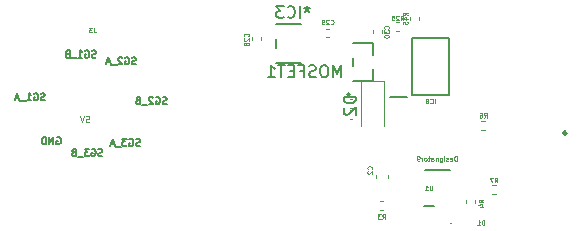
<source format=gbo>
%TF.GenerationSoftware,KiCad,Pcbnew,9.0.4*%
%TF.CreationDate,2026-02-10T01:37:08-05:00*%
%TF.ProjectId,WSG_2.0,5753475f-322e-4302-9e6b-696361645f70,rev?*%
%TF.SameCoordinates,Original*%
%TF.FileFunction,Legend,Bot*%
%TF.FilePolarity,Positive*%
%FSLAX46Y46*%
G04 Gerber Fmt 4.6, Leading zero omitted, Abs format (unit mm)*
G04 Created by KiCad (PCBNEW 9.0.4) date 2026-02-10 01:37:08*
%MOMM*%
%LPD*%
G01*
G04 APERTURE LIST*
%ADD10C,0.150000*%
%ADD11C,0.125000*%
%ADD12C,0.100000*%
%ADD13C,0.120000*%
%ADD14C,0.152400*%
%ADD15C,0.200000*%
%ADD16C,0.250000*%
G04 APERTURE END LIST*
D10*
X93504173Y-93567342D02*
X93561316Y-93538771D01*
X93561316Y-93538771D02*
X93647030Y-93538771D01*
X93647030Y-93538771D02*
X93732744Y-93567342D01*
X93732744Y-93567342D02*
X93789887Y-93624485D01*
X93789887Y-93624485D02*
X93818458Y-93681628D01*
X93818458Y-93681628D02*
X93847030Y-93795914D01*
X93847030Y-93795914D02*
X93847030Y-93881628D01*
X93847030Y-93881628D02*
X93818458Y-93995914D01*
X93818458Y-93995914D02*
X93789887Y-94053057D01*
X93789887Y-94053057D02*
X93732744Y-94110200D01*
X93732744Y-94110200D02*
X93647030Y-94138771D01*
X93647030Y-94138771D02*
X93589887Y-94138771D01*
X93589887Y-94138771D02*
X93504173Y-94110200D01*
X93504173Y-94110200D02*
X93475601Y-94081628D01*
X93475601Y-94081628D02*
X93475601Y-93881628D01*
X93475601Y-93881628D02*
X93589887Y-93881628D01*
X93218458Y-94138771D02*
X93218458Y-93538771D01*
X93218458Y-93538771D02*
X92875601Y-94138771D01*
X92875601Y-94138771D02*
X92875601Y-93538771D01*
X92589887Y-94138771D02*
X92589887Y-93538771D01*
X92589887Y-93538771D02*
X92447030Y-93538771D01*
X92447030Y-93538771D02*
X92361316Y-93567342D01*
X92361316Y-93567342D02*
X92304173Y-93624485D01*
X92304173Y-93624485D02*
X92275602Y-93681628D01*
X92275602Y-93681628D02*
X92247030Y-93795914D01*
X92247030Y-93795914D02*
X92247030Y-93881628D01*
X92247030Y-93881628D02*
X92275602Y-93995914D01*
X92275602Y-93995914D02*
X92304173Y-94053057D01*
X92304173Y-94053057D02*
X92361316Y-94110200D01*
X92361316Y-94110200D02*
X92447030Y-94138771D01*
X92447030Y-94138771D02*
X92589887Y-94138771D01*
X100567030Y-94250200D02*
X100481316Y-94278771D01*
X100481316Y-94278771D02*
X100338458Y-94278771D01*
X100338458Y-94278771D02*
X100281316Y-94250200D01*
X100281316Y-94250200D02*
X100252744Y-94221628D01*
X100252744Y-94221628D02*
X100224173Y-94164485D01*
X100224173Y-94164485D02*
X100224173Y-94107342D01*
X100224173Y-94107342D02*
X100252744Y-94050200D01*
X100252744Y-94050200D02*
X100281316Y-94021628D01*
X100281316Y-94021628D02*
X100338458Y-93993057D01*
X100338458Y-93993057D02*
X100452744Y-93964485D01*
X100452744Y-93964485D02*
X100509887Y-93935914D01*
X100509887Y-93935914D02*
X100538458Y-93907342D01*
X100538458Y-93907342D02*
X100567030Y-93850200D01*
X100567030Y-93850200D02*
X100567030Y-93793057D01*
X100567030Y-93793057D02*
X100538458Y-93735914D01*
X100538458Y-93735914D02*
X100509887Y-93707342D01*
X100509887Y-93707342D02*
X100452744Y-93678771D01*
X100452744Y-93678771D02*
X100309887Y-93678771D01*
X100309887Y-93678771D02*
X100224173Y-93707342D01*
X99652744Y-93707342D02*
X99709887Y-93678771D01*
X99709887Y-93678771D02*
X99795601Y-93678771D01*
X99795601Y-93678771D02*
X99881315Y-93707342D01*
X99881315Y-93707342D02*
X99938458Y-93764485D01*
X99938458Y-93764485D02*
X99967029Y-93821628D01*
X99967029Y-93821628D02*
X99995601Y-93935914D01*
X99995601Y-93935914D02*
X99995601Y-94021628D01*
X99995601Y-94021628D02*
X99967029Y-94135914D01*
X99967029Y-94135914D02*
X99938458Y-94193057D01*
X99938458Y-94193057D02*
X99881315Y-94250200D01*
X99881315Y-94250200D02*
X99795601Y-94278771D01*
X99795601Y-94278771D02*
X99738458Y-94278771D01*
X99738458Y-94278771D02*
X99652744Y-94250200D01*
X99652744Y-94250200D02*
X99624172Y-94221628D01*
X99624172Y-94221628D02*
X99624172Y-94021628D01*
X99624172Y-94021628D02*
X99738458Y-94021628D01*
X99424172Y-93678771D02*
X99052744Y-93678771D01*
X99052744Y-93678771D02*
X99252744Y-93907342D01*
X99252744Y-93907342D02*
X99167029Y-93907342D01*
X99167029Y-93907342D02*
X99109887Y-93935914D01*
X99109887Y-93935914D02*
X99081315Y-93964485D01*
X99081315Y-93964485D02*
X99052744Y-94021628D01*
X99052744Y-94021628D02*
X99052744Y-94164485D01*
X99052744Y-94164485D02*
X99081315Y-94221628D01*
X99081315Y-94221628D02*
X99109887Y-94250200D01*
X99109887Y-94250200D02*
X99167029Y-94278771D01*
X99167029Y-94278771D02*
X99338458Y-94278771D01*
X99338458Y-94278771D02*
X99395601Y-94250200D01*
X99395601Y-94250200D02*
X99424172Y-94221628D01*
X98938458Y-94335914D02*
X98481315Y-94335914D01*
X98367029Y-94107342D02*
X98081315Y-94107342D01*
X98424172Y-94278771D02*
X98224172Y-93678771D01*
X98224172Y-93678771D02*
X98024172Y-94278771D01*
X102807030Y-90700200D02*
X102721316Y-90728771D01*
X102721316Y-90728771D02*
X102578458Y-90728771D01*
X102578458Y-90728771D02*
X102521316Y-90700200D01*
X102521316Y-90700200D02*
X102492744Y-90671628D01*
X102492744Y-90671628D02*
X102464173Y-90614485D01*
X102464173Y-90614485D02*
X102464173Y-90557342D01*
X102464173Y-90557342D02*
X102492744Y-90500200D01*
X102492744Y-90500200D02*
X102521316Y-90471628D01*
X102521316Y-90471628D02*
X102578458Y-90443057D01*
X102578458Y-90443057D02*
X102692744Y-90414485D01*
X102692744Y-90414485D02*
X102749887Y-90385914D01*
X102749887Y-90385914D02*
X102778458Y-90357342D01*
X102778458Y-90357342D02*
X102807030Y-90300200D01*
X102807030Y-90300200D02*
X102807030Y-90243057D01*
X102807030Y-90243057D02*
X102778458Y-90185914D01*
X102778458Y-90185914D02*
X102749887Y-90157342D01*
X102749887Y-90157342D02*
X102692744Y-90128771D01*
X102692744Y-90128771D02*
X102549887Y-90128771D01*
X102549887Y-90128771D02*
X102464173Y-90157342D01*
X101892744Y-90157342D02*
X101949887Y-90128771D01*
X101949887Y-90128771D02*
X102035601Y-90128771D01*
X102035601Y-90128771D02*
X102121315Y-90157342D01*
X102121315Y-90157342D02*
X102178458Y-90214485D01*
X102178458Y-90214485D02*
X102207029Y-90271628D01*
X102207029Y-90271628D02*
X102235601Y-90385914D01*
X102235601Y-90385914D02*
X102235601Y-90471628D01*
X102235601Y-90471628D02*
X102207029Y-90585914D01*
X102207029Y-90585914D02*
X102178458Y-90643057D01*
X102178458Y-90643057D02*
X102121315Y-90700200D01*
X102121315Y-90700200D02*
X102035601Y-90728771D01*
X102035601Y-90728771D02*
X101978458Y-90728771D01*
X101978458Y-90728771D02*
X101892744Y-90700200D01*
X101892744Y-90700200D02*
X101864172Y-90671628D01*
X101864172Y-90671628D02*
X101864172Y-90471628D01*
X101864172Y-90471628D02*
X101978458Y-90471628D01*
X101635601Y-90185914D02*
X101607029Y-90157342D01*
X101607029Y-90157342D02*
X101549887Y-90128771D01*
X101549887Y-90128771D02*
X101407029Y-90128771D01*
X101407029Y-90128771D02*
X101349887Y-90157342D01*
X101349887Y-90157342D02*
X101321315Y-90185914D01*
X101321315Y-90185914D02*
X101292744Y-90243057D01*
X101292744Y-90243057D02*
X101292744Y-90300200D01*
X101292744Y-90300200D02*
X101321315Y-90385914D01*
X101321315Y-90385914D02*
X101664172Y-90728771D01*
X101664172Y-90728771D02*
X101292744Y-90728771D01*
X101178458Y-90785914D02*
X100721315Y-90785914D01*
X100378457Y-90414485D02*
X100292743Y-90443057D01*
X100292743Y-90443057D02*
X100264172Y-90471628D01*
X100264172Y-90471628D02*
X100235600Y-90528771D01*
X100235600Y-90528771D02*
X100235600Y-90614485D01*
X100235600Y-90614485D02*
X100264172Y-90671628D01*
X100264172Y-90671628D02*
X100292743Y-90700200D01*
X100292743Y-90700200D02*
X100349886Y-90728771D01*
X100349886Y-90728771D02*
X100578457Y-90728771D01*
X100578457Y-90728771D02*
X100578457Y-90128771D01*
X100578457Y-90128771D02*
X100378457Y-90128771D01*
X100378457Y-90128771D02*
X100321315Y-90157342D01*
X100321315Y-90157342D02*
X100292743Y-90185914D01*
X100292743Y-90185914D02*
X100264172Y-90243057D01*
X100264172Y-90243057D02*
X100264172Y-90300200D01*
X100264172Y-90300200D02*
X100292743Y-90357342D01*
X100292743Y-90357342D02*
X100321315Y-90385914D01*
X100321315Y-90385914D02*
X100378457Y-90414485D01*
X100378457Y-90414485D02*
X100578457Y-90414485D01*
X100197030Y-87340200D02*
X100111316Y-87368771D01*
X100111316Y-87368771D02*
X99968458Y-87368771D01*
X99968458Y-87368771D02*
X99911316Y-87340200D01*
X99911316Y-87340200D02*
X99882744Y-87311628D01*
X99882744Y-87311628D02*
X99854173Y-87254485D01*
X99854173Y-87254485D02*
X99854173Y-87197342D01*
X99854173Y-87197342D02*
X99882744Y-87140200D01*
X99882744Y-87140200D02*
X99911316Y-87111628D01*
X99911316Y-87111628D02*
X99968458Y-87083057D01*
X99968458Y-87083057D02*
X100082744Y-87054485D01*
X100082744Y-87054485D02*
X100139887Y-87025914D01*
X100139887Y-87025914D02*
X100168458Y-86997342D01*
X100168458Y-86997342D02*
X100197030Y-86940200D01*
X100197030Y-86940200D02*
X100197030Y-86883057D01*
X100197030Y-86883057D02*
X100168458Y-86825914D01*
X100168458Y-86825914D02*
X100139887Y-86797342D01*
X100139887Y-86797342D02*
X100082744Y-86768771D01*
X100082744Y-86768771D02*
X99939887Y-86768771D01*
X99939887Y-86768771D02*
X99854173Y-86797342D01*
X99282744Y-86797342D02*
X99339887Y-86768771D01*
X99339887Y-86768771D02*
X99425601Y-86768771D01*
X99425601Y-86768771D02*
X99511315Y-86797342D01*
X99511315Y-86797342D02*
X99568458Y-86854485D01*
X99568458Y-86854485D02*
X99597029Y-86911628D01*
X99597029Y-86911628D02*
X99625601Y-87025914D01*
X99625601Y-87025914D02*
X99625601Y-87111628D01*
X99625601Y-87111628D02*
X99597029Y-87225914D01*
X99597029Y-87225914D02*
X99568458Y-87283057D01*
X99568458Y-87283057D02*
X99511315Y-87340200D01*
X99511315Y-87340200D02*
X99425601Y-87368771D01*
X99425601Y-87368771D02*
X99368458Y-87368771D01*
X99368458Y-87368771D02*
X99282744Y-87340200D01*
X99282744Y-87340200D02*
X99254172Y-87311628D01*
X99254172Y-87311628D02*
X99254172Y-87111628D01*
X99254172Y-87111628D02*
X99368458Y-87111628D01*
X99025601Y-86825914D02*
X98997029Y-86797342D01*
X98997029Y-86797342D02*
X98939887Y-86768771D01*
X98939887Y-86768771D02*
X98797029Y-86768771D01*
X98797029Y-86768771D02*
X98739887Y-86797342D01*
X98739887Y-86797342D02*
X98711315Y-86825914D01*
X98711315Y-86825914D02*
X98682744Y-86883057D01*
X98682744Y-86883057D02*
X98682744Y-86940200D01*
X98682744Y-86940200D02*
X98711315Y-87025914D01*
X98711315Y-87025914D02*
X99054172Y-87368771D01*
X99054172Y-87368771D02*
X98682744Y-87368771D01*
X98568458Y-87425914D02*
X98111315Y-87425914D01*
X97997029Y-87197342D02*
X97711315Y-87197342D01*
X98054172Y-87368771D02*
X97854172Y-86768771D01*
X97854172Y-86768771D02*
X97654172Y-87368771D01*
D11*
X96000621Y-91782309D02*
X96238716Y-91782309D01*
X96238716Y-91782309D02*
X96262525Y-92020404D01*
X96262525Y-92020404D02*
X96238716Y-91996595D01*
X96238716Y-91996595D02*
X96191097Y-91972785D01*
X96191097Y-91972785D02*
X96072049Y-91972785D01*
X96072049Y-91972785D02*
X96024430Y-91996595D01*
X96024430Y-91996595D02*
X96000621Y-92020404D01*
X96000621Y-92020404D02*
X95976811Y-92068023D01*
X95976811Y-92068023D02*
X95976811Y-92187071D01*
X95976811Y-92187071D02*
X96000621Y-92234690D01*
X96000621Y-92234690D02*
X96024430Y-92258500D01*
X96024430Y-92258500D02*
X96072049Y-92282309D01*
X96072049Y-92282309D02*
X96191097Y-92282309D01*
X96191097Y-92282309D02*
X96238716Y-92258500D01*
X96238716Y-92258500D02*
X96262525Y-92234690D01*
X95833954Y-91782309D02*
X95667288Y-92282309D01*
X95667288Y-92282309D02*
X95500621Y-91782309D01*
D10*
X97367030Y-95110200D02*
X97281316Y-95138771D01*
X97281316Y-95138771D02*
X97138458Y-95138771D01*
X97138458Y-95138771D02*
X97081316Y-95110200D01*
X97081316Y-95110200D02*
X97052744Y-95081628D01*
X97052744Y-95081628D02*
X97024173Y-95024485D01*
X97024173Y-95024485D02*
X97024173Y-94967342D01*
X97024173Y-94967342D02*
X97052744Y-94910200D01*
X97052744Y-94910200D02*
X97081316Y-94881628D01*
X97081316Y-94881628D02*
X97138458Y-94853057D01*
X97138458Y-94853057D02*
X97252744Y-94824485D01*
X97252744Y-94824485D02*
X97309887Y-94795914D01*
X97309887Y-94795914D02*
X97338458Y-94767342D01*
X97338458Y-94767342D02*
X97367030Y-94710200D01*
X97367030Y-94710200D02*
X97367030Y-94653057D01*
X97367030Y-94653057D02*
X97338458Y-94595914D01*
X97338458Y-94595914D02*
X97309887Y-94567342D01*
X97309887Y-94567342D02*
X97252744Y-94538771D01*
X97252744Y-94538771D02*
X97109887Y-94538771D01*
X97109887Y-94538771D02*
X97024173Y-94567342D01*
X96452744Y-94567342D02*
X96509887Y-94538771D01*
X96509887Y-94538771D02*
X96595601Y-94538771D01*
X96595601Y-94538771D02*
X96681315Y-94567342D01*
X96681315Y-94567342D02*
X96738458Y-94624485D01*
X96738458Y-94624485D02*
X96767029Y-94681628D01*
X96767029Y-94681628D02*
X96795601Y-94795914D01*
X96795601Y-94795914D02*
X96795601Y-94881628D01*
X96795601Y-94881628D02*
X96767029Y-94995914D01*
X96767029Y-94995914D02*
X96738458Y-95053057D01*
X96738458Y-95053057D02*
X96681315Y-95110200D01*
X96681315Y-95110200D02*
X96595601Y-95138771D01*
X96595601Y-95138771D02*
X96538458Y-95138771D01*
X96538458Y-95138771D02*
X96452744Y-95110200D01*
X96452744Y-95110200D02*
X96424172Y-95081628D01*
X96424172Y-95081628D02*
X96424172Y-94881628D01*
X96424172Y-94881628D02*
X96538458Y-94881628D01*
X96224172Y-94538771D02*
X95852744Y-94538771D01*
X95852744Y-94538771D02*
X96052744Y-94767342D01*
X96052744Y-94767342D02*
X95967029Y-94767342D01*
X95967029Y-94767342D02*
X95909887Y-94795914D01*
X95909887Y-94795914D02*
X95881315Y-94824485D01*
X95881315Y-94824485D02*
X95852744Y-94881628D01*
X95852744Y-94881628D02*
X95852744Y-95024485D01*
X95852744Y-95024485D02*
X95881315Y-95081628D01*
X95881315Y-95081628D02*
X95909887Y-95110200D01*
X95909887Y-95110200D02*
X95967029Y-95138771D01*
X95967029Y-95138771D02*
X96138458Y-95138771D01*
X96138458Y-95138771D02*
X96195601Y-95110200D01*
X96195601Y-95110200D02*
X96224172Y-95081628D01*
X95738458Y-95195914D02*
X95281315Y-95195914D01*
X94938457Y-94824485D02*
X94852743Y-94853057D01*
X94852743Y-94853057D02*
X94824172Y-94881628D01*
X94824172Y-94881628D02*
X94795600Y-94938771D01*
X94795600Y-94938771D02*
X94795600Y-95024485D01*
X94795600Y-95024485D02*
X94824172Y-95081628D01*
X94824172Y-95081628D02*
X94852743Y-95110200D01*
X94852743Y-95110200D02*
X94909886Y-95138771D01*
X94909886Y-95138771D02*
X95138457Y-95138771D01*
X95138457Y-95138771D02*
X95138457Y-94538771D01*
X95138457Y-94538771D02*
X94938457Y-94538771D01*
X94938457Y-94538771D02*
X94881315Y-94567342D01*
X94881315Y-94567342D02*
X94852743Y-94595914D01*
X94852743Y-94595914D02*
X94824172Y-94653057D01*
X94824172Y-94653057D02*
X94824172Y-94710200D01*
X94824172Y-94710200D02*
X94852743Y-94767342D01*
X94852743Y-94767342D02*
X94881315Y-94795914D01*
X94881315Y-94795914D02*
X94938457Y-94824485D01*
X94938457Y-94824485D02*
X95138457Y-94824485D01*
X96827030Y-86770200D02*
X96741316Y-86798771D01*
X96741316Y-86798771D02*
X96598458Y-86798771D01*
X96598458Y-86798771D02*
X96541316Y-86770200D01*
X96541316Y-86770200D02*
X96512744Y-86741628D01*
X96512744Y-86741628D02*
X96484173Y-86684485D01*
X96484173Y-86684485D02*
X96484173Y-86627342D01*
X96484173Y-86627342D02*
X96512744Y-86570200D01*
X96512744Y-86570200D02*
X96541316Y-86541628D01*
X96541316Y-86541628D02*
X96598458Y-86513057D01*
X96598458Y-86513057D02*
X96712744Y-86484485D01*
X96712744Y-86484485D02*
X96769887Y-86455914D01*
X96769887Y-86455914D02*
X96798458Y-86427342D01*
X96798458Y-86427342D02*
X96827030Y-86370200D01*
X96827030Y-86370200D02*
X96827030Y-86313057D01*
X96827030Y-86313057D02*
X96798458Y-86255914D01*
X96798458Y-86255914D02*
X96769887Y-86227342D01*
X96769887Y-86227342D02*
X96712744Y-86198771D01*
X96712744Y-86198771D02*
X96569887Y-86198771D01*
X96569887Y-86198771D02*
X96484173Y-86227342D01*
X95912744Y-86227342D02*
X95969887Y-86198771D01*
X95969887Y-86198771D02*
X96055601Y-86198771D01*
X96055601Y-86198771D02*
X96141315Y-86227342D01*
X96141315Y-86227342D02*
X96198458Y-86284485D01*
X96198458Y-86284485D02*
X96227029Y-86341628D01*
X96227029Y-86341628D02*
X96255601Y-86455914D01*
X96255601Y-86455914D02*
X96255601Y-86541628D01*
X96255601Y-86541628D02*
X96227029Y-86655914D01*
X96227029Y-86655914D02*
X96198458Y-86713057D01*
X96198458Y-86713057D02*
X96141315Y-86770200D01*
X96141315Y-86770200D02*
X96055601Y-86798771D01*
X96055601Y-86798771D02*
X95998458Y-86798771D01*
X95998458Y-86798771D02*
X95912744Y-86770200D01*
X95912744Y-86770200D02*
X95884172Y-86741628D01*
X95884172Y-86741628D02*
X95884172Y-86541628D01*
X95884172Y-86541628D02*
X95998458Y-86541628D01*
X95312744Y-86798771D02*
X95655601Y-86798771D01*
X95484172Y-86798771D02*
X95484172Y-86198771D01*
X95484172Y-86198771D02*
X95541315Y-86284485D01*
X95541315Y-86284485D02*
X95598458Y-86341628D01*
X95598458Y-86341628D02*
X95655601Y-86370200D01*
X95198458Y-86855914D02*
X94741315Y-86855914D01*
X94398457Y-86484485D02*
X94312743Y-86513057D01*
X94312743Y-86513057D02*
X94284172Y-86541628D01*
X94284172Y-86541628D02*
X94255600Y-86598771D01*
X94255600Y-86598771D02*
X94255600Y-86684485D01*
X94255600Y-86684485D02*
X94284172Y-86741628D01*
X94284172Y-86741628D02*
X94312743Y-86770200D01*
X94312743Y-86770200D02*
X94369886Y-86798771D01*
X94369886Y-86798771D02*
X94598457Y-86798771D01*
X94598457Y-86798771D02*
X94598457Y-86198771D01*
X94598457Y-86198771D02*
X94398457Y-86198771D01*
X94398457Y-86198771D02*
X94341315Y-86227342D01*
X94341315Y-86227342D02*
X94312743Y-86255914D01*
X94312743Y-86255914D02*
X94284172Y-86313057D01*
X94284172Y-86313057D02*
X94284172Y-86370200D01*
X94284172Y-86370200D02*
X94312743Y-86427342D01*
X94312743Y-86427342D02*
X94341315Y-86455914D01*
X94341315Y-86455914D02*
X94398457Y-86484485D01*
X94398457Y-86484485D02*
X94598457Y-86484485D01*
X92487030Y-90390200D02*
X92401316Y-90418771D01*
X92401316Y-90418771D02*
X92258458Y-90418771D01*
X92258458Y-90418771D02*
X92201316Y-90390200D01*
X92201316Y-90390200D02*
X92172744Y-90361628D01*
X92172744Y-90361628D02*
X92144173Y-90304485D01*
X92144173Y-90304485D02*
X92144173Y-90247342D01*
X92144173Y-90247342D02*
X92172744Y-90190200D01*
X92172744Y-90190200D02*
X92201316Y-90161628D01*
X92201316Y-90161628D02*
X92258458Y-90133057D01*
X92258458Y-90133057D02*
X92372744Y-90104485D01*
X92372744Y-90104485D02*
X92429887Y-90075914D01*
X92429887Y-90075914D02*
X92458458Y-90047342D01*
X92458458Y-90047342D02*
X92487030Y-89990200D01*
X92487030Y-89990200D02*
X92487030Y-89933057D01*
X92487030Y-89933057D02*
X92458458Y-89875914D01*
X92458458Y-89875914D02*
X92429887Y-89847342D01*
X92429887Y-89847342D02*
X92372744Y-89818771D01*
X92372744Y-89818771D02*
X92229887Y-89818771D01*
X92229887Y-89818771D02*
X92144173Y-89847342D01*
X91572744Y-89847342D02*
X91629887Y-89818771D01*
X91629887Y-89818771D02*
X91715601Y-89818771D01*
X91715601Y-89818771D02*
X91801315Y-89847342D01*
X91801315Y-89847342D02*
X91858458Y-89904485D01*
X91858458Y-89904485D02*
X91887029Y-89961628D01*
X91887029Y-89961628D02*
X91915601Y-90075914D01*
X91915601Y-90075914D02*
X91915601Y-90161628D01*
X91915601Y-90161628D02*
X91887029Y-90275914D01*
X91887029Y-90275914D02*
X91858458Y-90333057D01*
X91858458Y-90333057D02*
X91801315Y-90390200D01*
X91801315Y-90390200D02*
X91715601Y-90418771D01*
X91715601Y-90418771D02*
X91658458Y-90418771D01*
X91658458Y-90418771D02*
X91572744Y-90390200D01*
X91572744Y-90390200D02*
X91544172Y-90361628D01*
X91544172Y-90361628D02*
X91544172Y-90161628D01*
X91544172Y-90161628D02*
X91658458Y-90161628D01*
X90972744Y-90418771D02*
X91315601Y-90418771D01*
X91144172Y-90418771D02*
X91144172Y-89818771D01*
X91144172Y-89818771D02*
X91201315Y-89904485D01*
X91201315Y-89904485D02*
X91258458Y-89961628D01*
X91258458Y-89961628D02*
X91315601Y-89990200D01*
X90858458Y-90475914D02*
X90401315Y-90475914D01*
X90287029Y-90247342D02*
X90001315Y-90247342D01*
X90344172Y-90418771D02*
X90144172Y-89818771D01*
X90144172Y-89818771D02*
X89944172Y-90418771D01*
D12*
X96633333Y-84279847D02*
X96633333Y-84565561D01*
X96633333Y-84565561D02*
X96652380Y-84622704D01*
X96652380Y-84622704D02*
X96690476Y-84660800D01*
X96690476Y-84660800D02*
X96747618Y-84679847D01*
X96747618Y-84679847D02*
X96785714Y-84679847D01*
X96480952Y-84279847D02*
X96233333Y-84279847D01*
X96233333Y-84279847D02*
X96366666Y-84432228D01*
X96366666Y-84432228D02*
X96309523Y-84432228D01*
X96309523Y-84432228D02*
X96271428Y-84451276D01*
X96271428Y-84451276D02*
X96252380Y-84470323D01*
X96252380Y-84470323D02*
X96233333Y-84508419D01*
X96233333Y-84508419D02*
X96233333Y-84603657D01*
X96233333Y-84603657D02*
X96252380Y-84641752D01*
X96252380Y-84641752D02*
X96271428Y-84660800D01*
X96271428Y-84660800D02*
X96309523Y-84679847D01*
X96309523Y-84679847D02*
X96423809Y-84679847D01*
X96423809Y-84679847D02*
X96461904Y-84660800D01*
X96461904Y-84660800D02*
X96480952Y-84641752D01*
X122607142Y-83649848D02*
X122740475Y-83459372D01*
X122835713Y-83649848D02*
X122835713Y-83249848D01*
X122835713Y-83249848D02*
X122683332Y-83249848D01*
X122683332Y-83249848D02*
X122645237Y-83268896D01*
X122645237Y-83268896D02*
X122626190Y-83287943D01*
X122626190Y-83287943D02*
X122607142Y-83326039D01*
X122607142Y-83326039D02*
X122607142Y-83383181D01*
X122607142Y-83383181D02*
X122626190Y-83421277D01*
X122626190Y-83421277D02*
X122645237Y-83440324D01*
X122645237Y-83440324D02*
X122683332Y-83459372D01*
X122683332Y-83459372D02*
X122835713Y-83459372D01*
X122454761Y-83287943D02*
X122435713Y-83268896D01*
X122435713Y-83268896D02*
X122397618Y-83249848D01*
X122397618Y-83249848D02*
X122302380Y-83249848D01*
X122302380Y-83249848D02*
X122264285Y-83268896D01*
X122264285Y-83268896D02*
X122245237Y-83287943D01*
X122245237Y-83287943D02*
X122226190Y-83326039D01*
X122226190Y-83326039D02*
X122226190Y-83364134D01*
X122226190Y-83364134D02*
X122245237Y-83421277D01*
X122245237Y-83421277D02*
X122473809Y-83649848D01*
X122473809Y-83649848D02*
X122226190Y-83649848D01*
X121864285Y-83249848D02*
X122054761Y-83249848D01*
X122054761Y-83249848D02*
X122073809Y-83440324D01*
X122073809Y-83440324D02*
X122054761Y-83421277D01*
X122054761Y-83421277D02*
X122016666Y-83402229D01*
X122016666Y-83402229D02*
X121921428Y-83402229D01*
X121921428Y-83402229D02*
X121883333Y-83421277D01*
X121883333Y-83421277D02*
X121864285Y-83440324D01*
X121864285Y-83440324D02*
X121845238Y-83478420D01*
X121845238Y-83478420D02*
X121845238Y-83573658D01*
X121845238Y-83573658D02*
X121864285Y-83611753D01*
X121864285Y-83611753D02*
X121883333Y-83630801D01*
X121883333Y-83630801D02*
X121921428Y-83649848D01*
X121921428Y-83649848D02*
X122016666Y-83649848D01*
X122016666Y-83649848D02*
X122054761Y-83630801D01*
X122054761Y-83630801D02*
X122073809Y-83611753D01*
X121581752Y-84352857D02*
X121600800Y-84333809D01*
X121600800Y-84333809D02*
X121619847Y-84276667D01*
X121619847Y-84276667D02*
X121619847Y-84238571D01*
X121619847Y-84238571D02*
X121600800Y-84181428D01*
X121600800Y-84181428D02*
X121562704Y-84143333D01*
X121562704Y-84143333D02*
X121524609Y-84124286D01*
X121524609Y-84124286D02*
X121448419Y-84105238D01*
X121448419Y-84105238D02*
X121391276Y-84105238D01*
X121391276Y-84105238D02*
X121315085Y-84124286D01*
X121315085Y-84124286D02*
X121276990Y-84143333D01*
X121276990Y-84143333D02*
X121238895Y-84181428D01*
X121238895Y-84181428D02*
X121219847Y-84238571D01*
X121219847Y-84238571D02*
X121219847Y-84276667D01*
X121219847Y-84276667D02*
X121238895Y-84333809D01*
X121238895Y-84333809D02*
X121257942Y-84352857D01*
X121219847Y-84486190D02*
X121219847Y-84733809D01*
X121219847Y-84733809D02*
X121372228Y-84600476D01*
X121372228Y-84600476D02*
X121372228Y-84657619D01*
X121372228Y-84657619D02*
X121391276Y-84695714D01*
X121391276Y-84695714D02*
X121410323Y-84714762D01*
X121410323Y-84714762D02*
X121448419Y-84733809D01*
X121448419Y-84733809D02*
X121543657Y-84733809D01*
X121543657Y-84733809D02*
X121581752Y-84714762D01*
X121581752Y-84714762D02*
X121600800Y-84695714D01*
X121600800Y-84695714D02*
X121619847Y-84657619D01*
X121619847Y-84657619D02*
X121619847Y-84543333D01*
X121619847Y-84543333D02*
X121600800Y-84505238D01*
X121600800Y-84505238D02*
X121581752Y-84486190D01*
X121219847Y-84981428D02*
X121219847Y-85019523D01*
X121219847Y-85019523D02*
X121238895Y-85057619D01*
X121238895Y-85057619D02*
X121257942Y-85076666D01*
X121257942Y-85076666D02*
X121296038Y-85095714D01*
X121296038Y-85095714D02*
X121372228Y-85114761D01*
X121372228Y-85114761D02*
X121467466Y-85114761D01*
X121467466Y-85114761D02*
X121543657Y-85095714D01*
X121543657Y-85095714D02*
X121581752Y-85076666D01*
X121581752Y-85076666D02*
X121600800Y-85057619D01*
X121600800Y-85057619D02*
X121619847Y-85019523D01*
X121619847Y-85019523D02*
X121619847Y-84981428D01*
X121619847Y-84981428D02*
X121600800Y-84943333D01*
X121600800Y-84943333D02*
X121581752Y-84924285D01*
X121581752Y-84924285D02*
X121543657Y-84905238D01*
X121543657Y-84905238D02*
X121467466Y-84886190D01*
X121467466Y-84886190D02*
X121372228Y-84886190D01*
X121372228Y-84886190D02*
X121296038Y-84905238D01*
X121296038Y-84905238D02*
X121257942Y-84924285D01*
X121257942Y-84924285D02*
X121238895Y-84943333D01*
X121238895Y-84943333D02*
X121219847Y-84981428D01*
X120161752Y-96263333D02*
X120180800Y-96244285D01*
X120180800Y-96244285D02*
X120199847Y-96187143D01*
X120199847Y-96187143D02*
X120199847Y-96149047D01*
X120199847Y-96149047D02*
X120180800Y-96091904D01*
X120180800Y-96091904D02*
X120142704Y-96053809D01*
X120142704Y-96053809D02*
X120104609Y-96034762D01*
X120104609Y-96034762D02*
X120028419Y-96015714D01*
X120028419Y-96015714D02*
X119971276Y-96015714D01*
X119971276Y-96015714D02*
X119895085Y-96034762D01*
X119895085Y-96034762D02*
X119856990Y-96053809D01*
X119856990Y-96053809D02*
X119818895Y-96091904D01*
X119818895Y-96091904D02*
X119799847Y-96149047D01*
X119799847Y-96149047D02*
X119799847Y-96187143D01*
X119799847Y-96187143D02*
X119818895Y-96244285D01*
X119818895Y-96244285D02*
X119837942Y-96263333D01*
X119837942Y-96415714D02*
X119818895Y-96434762D01*
X119818895Y-96434762D02*
X119799847Y-96472857D01*
X119799847Y-96472857D02*
X119799847Y-96568095D01*
X119799847Y-96568095D02*
X119818895Y-96606190D01*
X119818895Y-96606190D02*
X119837942Y-96625238D01*
X119837942Y-96625238D02*
X119876038Y-96644285D01*
X119876038Y-96644285D02*
X119914133Y-96644285D01*
X119914133Y-96644285D02*
X119971276Y-96625238D01*
X119971276Y-96625238D02*
X120199847Y-96396666D01*
X120199847Y-96396666D02*
X120199847Y-96644285D01*
X129609847Y-99073333D02*
X129419371Y-98940000D01*
X129609847Y-98844762D02*
X129209847Y-98844762D01*
X129209847Y-98844762D02*
X129209847Y-98997143D01*
X129209847Y-98997143D02*
X129228895Y-99035238D01*
X129228895Y-99035238D02*
X129247942Y-99054285D01*
X129247942Y-99054285D02*
X129286038Y-99073333D01*
X129286038Y-99073333D02*
X129343180Y-99073333D01*
X129343180Y-99073333D02*
X129381276Y-99054285D01*
X129381276Y-99054285D02*
X129400323Y-99035238D01*
X129400323Y-99035238D02*
X129419371Y-98997143D01*
X129419371Y-98997143D02*
X129419371Y-98844762D01*
X129343180Y-99416190D02*
X129609847Y-99416190D01*
X129190800Y-99320952D02*
X129476514Y-99225714D01*
X129476514Y-99225714D02*
X129476514Y-99473333D01*
X129705237Y-100969847D02*
X129705237Y-100569847D01*
X129705237Y-100569847D02*
X129609999Y-100569847D01*
X129609999Y-100569847D02*
X129552856Y-100588895D01*
X129552856Y-100588895D02*
X129514761Y-100626990D01*
X129514761Y-100626990D02*
X129495714Y-100665085D01*
X129495714Y-100665085D02*
X129476666Y-100741276D01*
X129476666Y-100741276D02*
X129476666Y-100798419D01*
X129476666Y-100798419D02*
X129495714Y-100874609D01*
X129495714Y-100874609D02*
X129514761Y-100912704D01*
X129514761Y-100912704D02*
X129552856Y-100950800D01*
X129552856Y-100950800D02*
X129609999Y-100969847D01*
X129609999Y-100969847D02*
X129705237Y-100969847D01*
X129095714Y-100969847D02*
X129324285Y-100969847D01*
X129209999Y-100969847D02*
X129209999Y-100569847D01*
X129209999Y-100569847D02*
X129248095Y-100626990D01*
X129248095Y-100626990D02*
X129286190Y-100665085D01*
X129286190Y-100665085D02*
X129324285Y-100684133D01*
D10*
X114106189Y-83454819D02*
X114106189Y-82454819D01*
X113058571Y-83359580D02*
X113106190Y-83407200D01*
X113106190Y-83407200D02*
X113249047Y-83454819D01*
X113249047Y-83454819D02*
X113344285Y-83454819D01*
X113344285Y-83454819D02*
X113487142Y-83407200D01*
X113487142Y-83407200D02*
X113582380Y-83311961D01*
X113582380Y-83311961D02*
X113629999Y-83216723D01*
X113629999Y-83216723D02*
X113677618Y-83026247D01*
X113677618Y-83026247D02*
X113677618Y-82883390D01*
X113677618Y-82883390D02*
X113629999Y-82692914D01*
X113629999Y-82692914D02*
X113582380Y-82597676D01*
X113582380Y-82597676D02*
X113487142Y-82502438D01*
X113487142Y-82502438D02*
X113344285Y-82454819D01*
X113344285Y-82454819D02*
X113249047Y-82454819D01*
X113249047Y-82454819D02*
X113106190Y-82502438D01*
X113106190Y-82502438D02*
X113058571Y-82550057D01*
X112725237Y-82454819D02*
X112106190Y-82454819D01*
X112106190Y-82454819D02*
X112439523Y-82835771D01*
X112439523Y-82835771D02*
X112296666Y-82835771D01*
X112296666Y-82835771D02*
X112201428Y-82883390D01*
X112201428Y-82883390D02*
X112153809Y-82931009D01*
X112153809Y-82931009D02*
X112106190Y-83026247D01*
X112106190Y-83026247D02*
X112106190Y-83264342D01*
X112106190Y-83264342D02*
X112153809Y-83359580D01*
X112153809Y-83359580D02*
X112201428Y-83407200D01*
X112201428Y-83407200D02*
X112296666Y-83454819D01*
X112296666Y-83454819D02*
X112582380Y-83454819D01*
X112582380Y-83454819D02*
X112677618Y-83407200D01*
X112677618Y-83407200D02*
X112725237Y-83359580D01*
X114679399Y-82473819D02*
X114679399Y-82711914D01*
X114917494Y-82616676D02*
X114679399Y-82711914D01*
X114679399Y-82711914D02*
X114441304Y-82616676D01*
X114822256Y-82902390D02*
X114679399Y-82711914D01*
X114679399Y-82711914D02*
X114536542Y-82902390D01*
X114679399Y-82473819D02*
X114679399Y-82711914D01*
X114917494Y-82616676D02*
X114679399Y-82711914D01*
X114679399Y-82711914D02*
X114441304Y-82616676D01*
X114822256Y-82902390D02*
X114679399Y-82711914D01*
X114679399Y-82711914D02*
X114536542Y-82902390D01*
D12*
X109718952Y-85017858D02*
X109738000Y-84998810D01*
X109738000Y-84998810D02*
X109757047Y-84941668D01*
X109757047Y-84941668D02*
X109757047Y-84903572D01*
X109757047Y-84903572D02*
X109738000Y-84846429D01*
X109738000Y-84846429D02*
X109699904Y-84808334D01*
X109699904Y-84808334D02*
X109661809Y-84789287D01*
X109661809Y-84789287D02*
X109585619Y-84770239D01*
X109585619Y-84770239D02*
X109528476Y-84770239D01*
X109528476Y-84770239D02*
X109452285Y-84789287D01*
X109452285Y-84789287D02*
X109414190Y-84808334D01*
X109414190Y-84808334D02*
X109376095Y-84846429D01*
X109376095Y-84846429D02*
X109357047Y-84903572D01*
X109357047Y-84903572D02*
X109357047Y-84941668D01*
X109357047Y-84941668D02*
X109376095Y-84998810D01*
X109376095Y-84998810D02*
X109395142Y-85017858D01*
X109395142Y-85170239D02*
X109376095Y-85189287D01*
X109376095Y-85189287D02*
X109357047Y-85227382D01*
X109357047Y-85227382D02*
X109357047Y-85322620D01*
X109357047Y-85322620D02*
X109376095Y-85360715D01*
X109376095Y-85360715D02*
X109395142Y-85379763D01*
X109395142Y-85379763D02*
X109433238Y-85398810D01*
X109433238Y-85398810D02*
X109471333Y-85398810D01*
X109471333Y-85398810D02*
X109528476Y-85379763D01*
X109528476Y-85379763D02*
X109757047Y-85151191D01*
X109757047Y-85151191D02*
X109757047Y-85398810D01*
X109528476Y-85627381D02*
X109509428Y-85589286D01*
X109509428Y-85589286D02*
X109490380Y-85570239D01*
X109490380Y-85570239D02*
X109452285Y-85551191D01*
X109452285Y-85551191D02*
X109433238Y-85551191D01*
X109433238Y-85551191D02*
X109395142Y-85570239D01*
X109395142Y-85570239D02*
X109376095Y-85589286D01*
X109376095Y-85589286D02*
X109357047Y-85627381D01*
X109357047Y-85627381D02*
X109357047Y-85703572D01*
X109357047Y-85703572D02*
X109376095Y-85741667D01*
X109376095Y-85741667D02*
X109395142Y-85760715D01*
X109395142Y-85760715D02*
X109433238Y-85779762D01*
X109433238Y-85779762D02*
X109452285Y-85779762D01*
X109452285Y-85779762D02*
X109490380Y-85760715D01*
X109490380Y-85760715D02*
X109509428Y-85741667D01*
X109509428Y-85741667D02*
X109528476Y-85703572D01*
X109528476Y-85703572D02*
X109528476Y-85627381D01*
X109528476Y-85627381D02*
X109547523Y-85589286D01*
X109547523Y-85589286D02*
X109566571Y-85570239D01*
X109566571Y-85570239D02*
X109604666Y-85551191D01*
X109604666Y-85551191D02*
X109680857Y-85551191D01*
X109680857Y-85551191D02*
X109718952Y-85570239D01*
X109718952Y-85570239D02*
X109738000Y-85589286D01*
X109738000Y-85589286D02*
X109757047Y-85627381D01*
X109757047Y-85627381D02*
X109757047Y-85703572D01*
X109757047Y-85703572D02*
X109738000Y-85741667D01*
X109738000Y-85741667D02*
X109718952Y-85760715D01*
X109718952Y-85760715D02*
X109680857Y-85779762D01*
X109680857Y-85779762D02*
X109604666Y-85779762D01*
X109604666Y-85779762D02*
X109566571Y-85760715D01*
X109566571Y-85760715D02*
X109547523Y-85741667D01*
X109547523Y-85741667D02*
X109528476Y-85703572D01*
D10*
X118799819Y-90114905D02*
X117799819Y-90114905D01*
X117799819Y-90114905D02*
X117799819Y-90353000D01*
X117799819Y-90353000D02*
X117847438Y-90495857D01*
X117847438Y-90495857D02*
X117942676Y-90591095D01*
X117942676Y-90591095D02*
X118037914Y-90638714D01*
X118037914Y-90638714D02*
X118228390Y-90686333D01*
X118228390Y-90686333D02*
X118371247Y-90686333D01*
X118371247Y-90686333D02*
X118561723Y-90638714D01*
X118561723Y-90638714D02*
X118656961Y-90591095D01*
X118656961Y-90591095D02*
X118752200Y-90495857D01*
X118752200Y-90495857D02*
X118799819Y-90353000D01*
X118799819Y-90353000D02*
X118799819Y-90114905D01*
X117895057Y-91067286D02*
X117847438Y-91114905D01*
X117847438Y-91114905D02*
X117799819Y-91210143D01*
X117799819Y-91210143D02*
X117799819Y-91448238D01*
X117799819Y-91448238D02*
X117847438Y-91543476D01*
X117847438Y-91543476D02*
X117895057Y-91591095D01*
X117895057Y-91591095D02*
X117990295Y-91638714D01*
X117990295Y-91638714D02*
X118085533Y-91638714D01*
X118085533Y-91638714D02*
X118228390Y-91591095D01*
X118228390Y-91591095D02*
X118799819Y-91019667D01*
X118799819Y-91019667D02*
X118799819Y-91638714D01*
D12*
X125304761Y-97639848D02*
X125304761Y-97963658D01*
X125304761Y-97963658D02*
X125285714Y-98001753D01*
X125285714Y-98001753D02*
X125266666Y-98020801D01*
X125266666Y-98020801D02*
X125228571Y-98039848D01*
X125228571Y-98039848D02*
X125152380Y-98039848D01*
X125152380Y-98039848D02*
X125114285Y-98020801D01*
X125114285Y-98020801D02*
X125095238Y-98001753D01*
X125095238Y-98001753D02*
X125076190Y-97963658D01*
X125076190Y-97963658D02*
X125076190Y-97639848D01*
X124676190Y-98039848D02*
X124904761Y-98039848D01*
X124790475Y-98039848D02*
X124790475Y-97639848D01*
X124790475Y-97639848D02*
X124828571Y-97696991D01*
X124828571Y-97696991D02*
X124866666Y-97735086D01*
X124866666Y-97735086D02*
X124904761Y-97754134D01*
X127375713Y-95549847D02*
X127375713Y-95149847D01*
X127375713Y-95149847D02*
X127280475Y-95149847D01*
X127280475Y-95149847D02*
X127223332Y-95168895D01*
X127223332Y-95168895D02*
X127185237Y-95206990D01*
X127185237Y-95206990D02*
X127166190Y-95245085D01*
X127166190Y-95245085D02*
X127147142Y-95321276D01*
X127147142Y-95321276D02*
X127147142Y-95378419D01*
X127147142Y-95378419D02*
X127166190Y-95454609D01*
X127166190Y-95454609D02*
X127185237Y-95492704D01*
X127185237Y-95492704D02*
X127223332Y-95530800D01*
X127223332Y-95530800D02*
X127280475Y-95549847D01*
X127280475Y-95549847D02*
X127375713Y-95549847D01*
X126823332Y-95530800D02*
X126861428Y-95549847D01*
X126861428Y-95549847D02*
X126937618Y-95549847D01*
X126937618Y-95549847D02*
X126975713Y-95530800D01*
X126975713Y-95530800D02*
X126994761Y-95492704D01*
X126994761Y-95492704D02*
X126994761Y-95340323D01*
X126994761Y-95340323D02*
X126975713Y-95302228D01*
X126975713Y-95302228D02*
X126937618Y-95283180D01*
X126937618Y-95283180D02*
X126861428Y-95283180D01*
X126861428Y-95283180D02*
X126823332Y-95302228D01*
X126823332Y-95302228D02*
X126804285Y-95340323D01*
X126804285Y-95340323D02*
X126804285Y-95378419D01*
X126804285Y-95378419D02*
X126994761Y-95416514D01*
X126651904Y-95530800D02*
X126613809Y-95549847D01*
X126613809Y-95549847D02*
X126537618Y-95549847D01*
X126537618Y-95549847D02*
X126499523Y-95530800D01*
X126499523Y-95530800D02*
X126480475Y-95492704D01*
X126480475Y-95492704D02*
X126480475Y-95473657D01*
X126480475Y-95473657D02*
X126499523Y-95435561D01*
X126499523Y-95435561D02*
X126537618Y-95416514D01*
X126537618Y-95416514D02*
X126594761Y-95416514D01*
X126594761Y-95416514D02*
X126632856Y-95397466D01*
X126632856Y-95397466D02*
X126651904Y-95359371D01*
X126651904Y-95359371D02*
X126651904Y-95340323D01*
X126651904Y-95340323D02*
X126632856Y-95302228D01*
X126632856Y-95302228D02*
X126594761Y-95283180D01*
X126594761Y-95283180D02*
X126537618Y-95283180D01*
X126537618Y-95283180D02*
X126499523Y-95302228D01*
X126309046Y-95549847D02*
X126309046Y-95283180D01*
X126309046Y-95149847D02*
X126328094Y-95168895D01*
X126328094Y-95168895D02*
X126309046Y-95187942D01*
X126309046Y-95187942D02*
X126289999Y-95168895D01*
X126289999Y-95168895D02*
X126309046Y-95149847D01*
X126309046Y-95149847D02*
X126309046Y-95187942D01*
X125947142Y-95283180D02*
X125947142Y-95606990D01*
X125947142Y-95606990D02*
X125966189Y-95645085D01*
X125966189Y-95645085D02*
X125985237Y-95664133D01*
X125985237Y-95664133D02*
X126023332Y-95683180D01*
X126023332Y-95683180D02*
X126080475Y-95683180D01*
X126080475Y-95683180D02*
X126118570Y-95664133D01*
X125947142Y-95530800D02*
X125985237Y-95549847D01*
X125985237Y-95549847D02*
X126061428Y-95549847D01*
X126061428Y-95549847D02*
X126099523Y-95530800D01*
X126099523Y-95530800D02*
X126118570Y-95511752D01*
X126118570Y-95511752D02*
X126137618Y-95473657D01*
X126137618Y-95473657D02*
X126137618Y-95359371D01*
X126137618Y-95359371D02*
X126118570Y-95321276D01*
X126118570Y-95321276D02*
X126099523Y-95302228D01*
X126099523Y-95302228D02*
X126061428Y-95283180D01*
X126061428Y-95283180D02*
X125985237Y-95283180D01*
X125985237Y-95283180D02*
X125947142Y-95302228D01*
X125756665Y-95283180D02*
X125756665Y-95549847D01*
X125756665Y-95321276D02*
X125737618Y-95302228D01*
X125737618Y-95302228D02*
X125699523Y-95283180D01*
X125699523Y-95283180D02*
X125642380Y-95283180D01*
X125642380Y-95283180D02*
X125604284Y-95302228D01*
X125604284Y-95302228D02*
X125585237Y-95340323D01*
X125585237Y-95340323D02*
X125585237Y-95549847D01*
X125223332Y-95549847D02*
X125223332Y-95340323D01*
X125223332Y-95340323D02*
X125242379Y-95302228D01*
X125242379Y-95302228D02*
X125280475Y-95283180D01*
X125280475Y-95283180D02*
X125356665Y-95283180D01*
X125356665Y-95283180D02*
X125394760Y-95302228D01*
X125223332Y-95530800D02*
X125261427Y-95549847D01*
X125261427Y-95549847D02*
X125356665Y-95549847D01*
X125356665Y-95549847D02*
X125394760Y-95530800D01*
X125394760Y-95530800D02*
X125413808Y-95492704D01*
X125413808Y-95492704D02*
X125413808Y-95454609D01*
X125413808Y-95454609D02*
X125394760Y-95416514D01*
X125394760Y-95416514D02*
X125356665Y-95397466D01*
X125356665Y-95397466D02*
X125261427Y-95397466D01*
X125261427Y-95397466D02*
X125223332Y-95378419D01*
X125089998Y-95283180D02*
X124937617Y-95283180D01*
X125032855Y-95149847D02*
X125032855Y-95492704D01*
X125032855Y-95492704D02*
X125013808Y-95530800D01*
X125013808Y-95530800D02*
X124975713Y-95549847D01*
X124975713Y-95549847D02*
X124937617Y-95549847D01*
X124747142Y-95549847D02*
X124785237Y-95530800D01*
X124785237Y-95530800D02*
X124804284Y-95511752D01*
X124804284Y-95511752D02*
X124823332Y-95473657D01*
X124823332Y-95473657D02*
X124823332Y-95359371D01*
X124823332Y-95359371D02*
X124804284Y-95321276D01*
X124804284Y-95321276D02*
X124785237Y-95302228D01*
X124785237Y-95302228D02*
X124747142Y-95283180D01*
X124747142Y-95283180D02*
X124689999Y-95283180D01*
X124689999Y-95283180D02*
X124651903Y-95302228D01*
X124651903Y-95302228D02*
X124632856Y-95321276D01*
X124632856Y-95321276D02*
X124613808Y-95359371D01*
X124613808Y-95359371D02*
X124613808Y-95473657D01*
X124613808Y-95473657D02*
X124632856Y-95511752D01*
X124632856Y-95511752D02*
X124651903Y-95530800D01*
X124651903Y-95530800D02*
X124689999Y-95549847D01*
X124689999Y-95549847D02*
X124747142Y-95549847D01*
X124442379Y-95549847D02*
X124442379Y-95283180D01*
X124442379Y-95359371D02*
X124423332Y-95321276D01*
X124423332Y-95321276D02*
X124404284Y-95302228D01*
X124404284Y-95302228D02*
X124366189Y-95283180D01*
X124366189Y-95283180D02*
X124328094Y-95283180D01*
X124175713Y-95549847D02*
X124099522Y-95549847D01*
X124099522Y-95549847D02*
X124061427Y-95530800D01*
X124061427Y-95530800D02*
X124042379Y-95511752D01*
X124042379Y-95511752D02*
X124004284Y-95454609D01*
X124004284Y-95454609D02*
X123985237Y-95378419D01*
X123985237Y-95378419D02*
X123985237Y-95226038D01*
X123985237Y-95226038D02*
X124004284Y-95187942D01*
X124004284Y-95187942D02*
X124023332Y-95168895D01*
X124023332Y-95168895D02*
X124061427Y-95149847D01*
X124061427Y-95149847D02*
X124137618Y-95149847D01*
X124137618Y-95149847D02*
X124175713Y-95168895D01*
X124175713Y-95168895D02*
X124194760Y-95187942D01*
X124194760Y-95187942D02*
X124213808Y-95226038D01*
X124213808Y-95226038D02*
X124213808Y-95321276D01*
X124213808Y-95321276D02*
X124194760Y-95359371D01*
X124194760Y-95359371D02*
X124175713Y-95378419D01*
X124175713Y-95378419D02*
X124137618Y-95397466D01*
X124137618Y-95397466D02*
X124061427Y-95397466D01*
X124061427Y-95397466D02*
X124023332Y-95378419D01*
X124023332Y-95378419D02*
X124004284Y-95359371D01*
X124004284Y-95359371D02*
X123985237Y-95321276D01*
X121066666Y-100469847D02*
X121199999Y-100279371D01*
X121295237Y-100469847D02*
X121295237Y-100069847D01*
X121295237Y-100069847D02*
X121142856Y-100069847D01*
X121142856Y-100069847D02*
X121104761Y-100088895D01*
X121104761Y-100088895D02*
X121085714Y-100107942D01*
X121085714Y-100107942D02*
X121066666Y-100146038D01*
X121066666Y-100146038D02*
X121066666Y-100203180D01*
X121066666Y-100203180D02*
X121085714Y-100241276D01*
X121085714Y-100241276D02*
X121104761Y-100260323D01*
X121104761Y-100260323D02*
X121142856Y-100279371D01*
X121142856Y-100279371D02*
X121295237Y-100279371D01*
X120933333Y-100069847D02*
X120685714Y-100069847D01*
X120685714Y-100069847D02*
X120819047Y-100222228D01*
X120819047Y-100222228D02*
X120761904Y-100222228D01*
X120761904Y-100222228D02*
X120723809Y-100241276D01*
X120723809Y-100241276D02*
X120704761Y-100260323D01*
X120704761Y-100260323D02*
X120685714Y-100298419D01*
X120685714Y-100298419D02*
X120685714Y-100393657D01*
X120685714Y-100393657D02*
X120704761Y-100431752D01*
X120704761Y-100431752D02*
X120723809Y-100450800D01*
X120723809Y-100450800D02*
X120761904Y-100469847D01*
X120761904Y-100469847D02*
X120876190Y-100469847D01*
X120876190Y-100469847D02*
X120914285Y-100450800D01*
X120914285Y-100450800D02*
X120933333Y-100431752D01*
X116689942Y-83941751D02*
X116708990Y-83960799D01*
X116708990Y-83960799D02*
X116766132Y-83979846D01*
X116766132Y-83979846D02*
X116804228Y-83979846D01*
X116804228Y-83979846D02*
X116861371Y-83960799D01*
X116861371Y-83960799D02*
X116899466Y-83922703D01*
X116899466Y-83922703D02*
X116918513Y-83884608D01*
X116918513Y-83884608D02*
X116937561Y-83808418D01*
X116937561Y-83808418D02*
X116937561Y-83751275D01*
X116937561Y-83751275D02*
X116918513Y-83675084D01*
X116918513Y-83675084D02*
X116899466Y-83636989D01*
X116899466Y-83636989D02*
X116861371Y-83598894D01*
X116861371Y-83598894D02*
X116804228Y-83579846D01*
X116804228Y-83579846D02*
X116766132Y-83579846D01*
X116766132Y-83579846D02*
X116708990Y-83598894D01*
X116708990Y-83598894D02*
X116689942Y-83617941D01*
X116537561Y-83617941D02*
X116518513Y-83598894D01*
X116518513Y-83598894D02*
X116480418Y-83579846D01*
X116480418Y-83579846D02*
X116385180Y-83579846D01*
X116385180Y-83579846D02*
X116347085Y-83598894D01*
X116347085Y-83598894D02*
X116328037Y-83617941D01*
X116328037Y-83617941D02*
X116308990Y-83656037D01*
X116308990Y-83656037D02*
X116308990Y-83694132D01*
X116308990Y-83694132D02*
X116328037Y-83751275D01*
X116328037Y-83751275D02*
X116556609Y-83979846D01*
X116556609Y-83979846D02*
X116308990Y-83979846D01*
X116118514Y-83979846D02*
X116042323Y-83979846D01*
X116042323Y-83979846D02*
X116004228Y-83960799D01*
X116004228Y-83960799D02*
X115985180Y-83941751D01*
X115985180Y-83941751D02*
X115947085Y-83884608D01*
X115947085Y-83884608D02*
X115928038Y-83808418D01*
X115928038Y-83808418D02*
X115928038Y-83656037D01*
X115928038Y-83656037D02*
X115947085Y-83617941D01*
X115947085Y-83617941D02*
X115966133Y-83598894D01*
X115966133Y-83598894D02*
X116004228Y-83579846D01*
X116004228Y-83579846D02*
X116080419Y-83579846D01*
X116080419Y-83579846D02*
X116118514Y-83598894D01*
X116118514Y-83598894D02*
X116137561Y-83617941D01*
X116137561Y-83617941D02*
X116156609Y-83656037D01*
X116156609Y-83656037D02*
X116156609Y-83751275D01*
X116156609Y-83751275D02*
X116137561Y-83789370D01*
X116137561Y-83789370D02*
X116118514Y-83808418D01*
X116118514Y-83808418D02*
X116080419Y-83827465D01*
X116080419Y-83827465D02*
X116004228Y-83827465D01*
X116004228Y-83827465D02*
X115966133Y-83808418D01*
X115966133Y-83808418D02*
X115947085Y-83789370D01*
X115947085Y-83789370D02*
X115928038Y-83751275D01*
X123199848Y-83222857D02*
X123009372Y-83089524D01*
X123199848Y-82994286D02*
X122799848Y-82994286D01*
X122799848Y-82994286D02*
X122799848Y-83146667D01*
X122799848Y-83146667D02*
X122818896Y-83184762D01*
X122818896Y-83184762D02*
X122837943Y-83203809D01*
X122837943Y-83203809D02*
X122876039Y-83222857D01*
X122876039Y-83222857D02*
X122933181Y-83222857D01*
X122933181Y-83222857D02*
X122971277Y-83203809D01*
X122971277Y-83203809D02*
X122990324Y-83184762D01*
X122990324Y-83184762D02*
X123009372Y-83146667D01*
X123009372Y-83146667D02*
X123009372Y-82994286D01*
X122933181Y-83565714D02*
X123199848Y-83565714D01*
X122780801Y-83470476D02*
X123066515Y-83375238D01*
X123066515Y-83375238D02*
X123066515Y-83622857D01*
X122799848Y-83965714D02*
X122799848Y-83775238D01*
X122799848Y-83775238D02*
X122990324Y-83756190D01*
X122990324Y-83756190D02*
X122971277Y-83775238D01*
X122971277Y-83775238D02*
X122952229Y-83813333D01*
X122952229Y-83813333D02*
X122952229Y-83908571D01*
X122952229Y-83908571D02*
X122971277Y-83946666D01*
X122971277Y-83946666D02*
X122990324Y-83965714D01*
X122990324Y-83965714D02*
X123028420Y-83984761D01*
X123028420Y-83984761D02*
X123123658Y-83984761D01*
X123123658Y-83984761D02*
X123161753Y-83965714D01*
X123161753Y-83965714D02*
X123180801Y-83946666D01*
X123180801Y-83946666D02*
X123199848Y-83908571D01*
X123199848Y-83908571D02*
X123199848Y-83813333D01*
X123199848Y-83813333D02*
X123180801Y-83775238D01*
X123180801Y-83775238D02*
X123161753Y-83756190D01*
X125533275Y-90679847D02*
X125533275Y-90279847D01*
X125114228Y-90641752D02*
X125133276Y-90660800D01*
X125133276Y-90660800D02*
X125190418Y-90679847D01*
X125190418Y-90679847D02*
X125228514Y-90679847D01*
X125228514Y-90679847D02*
X125285657Y-90660800D01*
X125285657Y-90660800D02*
X125323752Y-90622704D01*
X125323752Y-90622704D02*
X125342799Y-90584609D01*
X125342799Y-90584609D02*
X125361847Y-90508419D01*
X125361847Y-90508419D02*
X125361847Y-90451276D01*
X125361847Y-90451276D02*
X125342799Y-90375085D01*
X125342799Y-90375085D02*
X125323752Y-90336990D01*
X125323752Y-90336990D02*
X125285657Y-90298895D01*
X125285657Y-90298895D02*
X125228514Y-90279847D01*
X125228514Y-90279847D02*
X125190418Y-90279847D01*
X125190418Y-90279847D02*
X125133276Y-90298895D01*
X125133276Y-90298895D02*
X125114228Y-90317942D01*
X124885657Y-90451276D02*
X124923752Y-90432228D01*
X124923752Y-90432228D02*
X124942799Y-90413180D01*
X124942799Y-90413180D02*
X124961847Y-90375085D01*
X124961847Y-90375085D02*
X124961847Y-90356038D01*
X124961847Y-90356038D02*
X124942799Y-90317942D01*
X124942799Y-90317942D02*
X124923752Y-90298895D01*
X124923752Y-90298895D02*
X124885657Y-90279847D01*
X124885657Y-90279847D02*
X124809466Y-90279847D01*
X124809466Y-90279847D02*
X124771371Y-90298895D01*
X124771371Y-90298895D02*
X124752323Y-90317942D01*
X124752323Y-90317942D02*
X124733276Y-90356038D01*
X124733276Y-90356038D02*
X124733276Y-90375085D01*
X124733276Y-90375085D02*
X124752323Y-90413180D01*
X124752323Y-90413180D02*
X124771371Y-90432228D01*
X124771371Y-90432228D02*
X124809466Y-90451276D01*
X124809466Y-90451276D02*
X124885657Y-90451276D01*
X124885657Y-90451276D02*
X124923752Y-90470323D01*
X124923752Y-90470323D02*
X124942799Y-90489371D01*
X124942799Y-90489371D02*
X124961847Y-90527466D01*
X124961847Y-90527466D02*
X124961847Y-90603657D01*
X124961847Y-90603657D02*
X124942799Y-90641752D01*
X124942799Y-90641752D02*
X124923752Y-90660800D01*
X124923752Y-90660800D02*
X124885657Y-90679847D01*
X124885657Y-90679847D02*
X124809466Y-90679847D01*
X124809466Y-90679847D02*
X124771371Y-90660800D01*
X124771371Y-90660800D02*
X124752323Y-90641752D01*
X124752323Y-90641752D02*
X124733276Y-90603657D01*
X124733276Y-90603657D02*
X124733276Y-90527466D01*
X124733276Y-90527466D02*
X124752323Y-90489371D01*
X124752323Y-90489371D02*
X124771371Y-90470323D01*
X124771371Y-90470323D02*
X124809466Y-90451276D01*
X130566666Y-97369847D02*
X130699999Y-97179371D01*
X130795237Y-97369847D02*
X130795237Y-96969847D01*
X130795237Y-96969847D02*
X130642856Y-96969847D01*
X130642856Y-96969847D02*
X130604761Y-96988895D01*
X130604761Y-96988895D02*
X130585714Y-97007942D01*
X130585714Y-97007942D02*
X130566666Y-97046038D01*
X130566666Y-97046038D02*
X130566666Y-97103180D01*
X130566666Y-97103180D02*
X130585714Y-97141276D01*
X130585714Y-97141276D02*
X130604761Y-97160323D01*
X130604761Y-97160323D02*
X130642856Y-97179371D01*
X130642856Y-97179371D02*
X130795237Y-97179371D01*
X130433333Y-96969847D02*
X130166666Y-96969847D01*
X130166666Y-96969847D02*
X130338095Y-97369847D01*
X129676666Y-91879847D02*
X129809999Y-91689371D01*
X129905237Y-91879847D02*
X129905237Y-91479847D01*
X129905237Y-91479847D02*
X129752856Y-91479847D01*
X129752856Y-91479847D02*
X129714761Y-91498895D01*
X129714761Y-91498895D02*
X129695714Y-91517942D01*
X129695714Y-91517942D02*
X129676666Y-91556038D01*
X129676666Y-91556038D02*
X129676666Y-91613180D01*
X129676666Y-91613180D02*
X129695714Y-91651276D01*
X129695714Y-91651276D02*
X129714761Y-91670323D01*
X129714761Y-91670323D02*
X129752856Y-91689371D01*
X129752856Y-91689371D02*
X129905237Y-91689371D01*
X129333809Y-91479847D02*
X129409999Y-91479847D01*
X129409999Y-91479847D02*
X129448095Y-91498895D01*
X129448095Y-91498895D02*
X129467142Y-91517942D01*
X129467142Y-91517942D02*
X129505237Y-91575085D01*
X129505237Y-91575085D02*
X129524285Y-91651276D01*
X129524285Y-91651276D02*
X129524285Y-91803657D01*
X129524285Y-91803657D02*
X129505237Y-91841752D01*
X129505237Y-91841752D02*
X129486190Y-91860800D01*
X129486190Y-91860800D02*
X129448095Y-91879847D01*
X129448095Y-91879847D02*
X129371904Y-91879847D01*
X129371904Y-91879847D02*
X129333809Y-91860800D01*
X129333809Y-91860800D02*
X129314761Y-91841752D01*
X129314761Y-91841752D02*
X129295714Y-91803657D01*
X129295714Y-91803657D02*
X129295714Y-91708419D01*
X129295714Y-91708419D02*
X129314761Y-91670323D01*
X129314761Y-91670323D02*
X129333809Y-91651276D01*
X129333809Y-91651276D02*
X129371904Y-91632228D01*
X129371904Y-91632228D02*
X129448095Y-91632228D01*
X129448095Y-91632228D02*
X129486190Y-91651276D01*
X129486190Y-91651276D02*
X129505237Y-91670323D01*
X129505237Y-91670323D02*
X129524285Y-91708419D01*
D10*
X117571428Y-88454819D02*
X117571428Y-87454819D01*
X117571428Y-87454819D02*
X117238095Y-88169104D01*
X117238095Y-88169104D02*
X116904762Y-87454819D01*
X116904762Y-87454819D02*
X116904762Y-88454819D01*
X116238095Y-87454819D02*
X116047619Y-87454819D01*
X116047619Y-87454819D02*
X115952381Y-87502438D01*
X115952381Y-87502438D02*
X115857143Y-87597676D01*
X115857143Y-87597676D02*
X115809524Y-87788152D01*
X115809524Y-87788152D02*
X115809524Y-88121485D01*
X115809524Y-88121485D02*
X115857143Y-88311961D01*
X115857143Y-88311961D02*
X115952381Y-88407200D01*
X115952381Y-88407200D02*
X116047619Y-88454819D01*
X116047619Y-88454819D02*
X116238095Y-88454819D01*
X116238095Y-88454819D02*
X116333333Y-88407200D01*
X116333333Y-88407200D02*
X116428571Y-88311961D01*
X116428571Y-88311961D02*
X116476190Y-88121485D01*
X116476190Y-88121485D02*
X116476190Y-87788152D01*
X116476190Y-87788152D02*
X116428571Y-87597676D01*
X116428571Y-87597676D02*
X116333333Y-87502438D01*
X116333333Y-87502438D02*
X116238095Y-87454819D01*
X115428571Y-88407200D02*
X115285714Y-88454819D01*
X115285714Y-88454819D02*
X115047619Y-88454819D01*
X115047619Y-88454819D02*
X114952381Y-88407200D01*
X114952381Y-88407200D02*
X114904762Y-88359580D01*
X114904762Y-88359580D02*
X114857143Y-88264342D01*
X114857143Y-88264342D02*
X114857143Y-88169104D01*
X114857143Y-88169104D02*
X114904762Y-88073866D01*
X114904762Y-88073866D02*
X114952381Y-88026247D01*
X114952381Y-88026247D02*
X115047619Y-87978628D01*
X115047619Y-87978628D02*
X115238095Y-87931009D01*
X115238095Y-87931009D02*
X115333333Y-87883390D01*
X115333333Y-87883390D02*
X115380952Y-87835771D01*
X115380952Y-87835771D02*
X115428571Y-87740533D01*
X115428571Y-87740533D02*
X115428571Y-87645295D01*
X115428571Y-87645295D02*
X115380952Y-87550057D01*
X115380952Y-87550057D02*
X115333333Y-87502438D01*
X115333333Y-87502438D02*
X115238095Y-87454819D01*
X115238095Y-87454819D02*
X115000000Y-87454819D01*
X115000000Y-87454819D02*
X114857143Y-87502438D01*
X114095238Y-87931009D02*
X114428571Y-87931009D01*
X114428571Y-88454819D02*
X114428571Y-87454819D01*
X114428571Y-87454819D02*
X113952381Y-87454819D01*
X113571428Y-87931009D02*
X113238095Y-87931009D01*
X113095238Y-88454819D02*
X113571428Y-88454819D01*
X113571428Y-88454819D02*
X113571428Y-87454819D01*
X113571428Y-87454819D02*
X113095238Y-87454819D01*
X112809523Y-87454819D02*
X112238095Y-87454819D01*
X112523809Y-88454819D02*
X112523809Y-87454819D01*
X111380952Y-88454819D02*
X111952380Y-88454819D01*
X111666666Y-88454819D02*
X111666666Y-87454819D01*
X111666666Y-87454819D02*
X111761904Y-87597676D01*
X111761904Y-87597676D02*
X111857142Y-87692914D01*
X111857142Y-87692914D02*
X111952380Y-87740533D01*
D13*
%TO.C,R25*%
X122196359Y-83810000D02*
X122503641Y-83810000D01*
X122196359Y-84570000D02*
X122503641Y-84570000D01*
%TO.C,C30*%
X120290000Y-84502164D02*
X120290000Y-84717836D01*
X121010000Y-84502164D02*
X121010000Y-84717836D01*
%TO.C,C2*%
X120490000Y-96719421D02*
X120490000Y-97000581D01*
X121510000Y-96719421D02*
X121510000Y-97000581D01*
%TO.C,R4*%
X128120000Y-99153641D02*
X128120000Y-98846359D01*
X128880000Y-99153641D02*
X128880000Y-98846359D01*
D12*
%TO.C,D1*%
X126960000Y-100860001D02*
G75*
G02*
X126860000Y-100860001I-50000J0D01*
G01*
X126860000Y-100860001D02*
G75*
G02*
X126960000Y-100860001I50000J0D01*
G01*
D14*
%TO.C,IC3*%
X112101300Y-83943600D02*
X114158700Y-83943600D01*
X112101300Y-85983261D02*
X112101300Y-85256739D01*
X114158700Y-87296400D02*
X112101300Y-87296400D01*
D13*
%TO.C,C28*%
X110040000Y-85082164D02*
X110040000Y-85297836D01*
X110760000Y-85082164D02*
X110760000Y-85297836D01*
%TO.C,D2*%
X119250000Y-88770000D02*
X119250000Y-92630000D01*
X119250000Y-88770000D02*
X121250000Y-88770000D01*
X121250000Y-88770000D02*
X121250000Y-92630000D01*
D15*
%TO.C,U1*%
X125399999Y-99410000D02*
X124624997Y-99410000D01*
X126825000Y-96310002D02*
X124650001Y-96310002D01*
D13*
%TO.C,R3*%
X121153641Y-98980001D02*
X120846359Y-98980001D01*
X121153641Y-99740001D02*
X120846359Y-99740001D01*
%TO.C,C29*%
X116312164Y-84350000D02*
X116527836Y-84350000D01*
X116312164Y-85070000D02*
X116527836Y-85070000D01*
%TO.C,R45*%
X123380000Y-83633641D02*
X123380000Y-83326359D01*
X124140000Y-83633641D02*
X124140000Y-83326359D01*
D15*
%TO.C,IC8*%
X121692800Y-90139999D02*
X123192800Y-90139999D01*
X123542800Y-85109999D02*
X123542800Y-90009999D01*
X123542800Y-90009999D02*
X126742800Y-90009999D01*
X126742800Y-85109999D02*
X123542800Y-85109999D01*
X126742800Y-90009999D02*
X126742800Y-85109999D01*
D13*
%TO.C,R7*%
X130346359Y-97620000D02*
X130653641Y-97620000D01*
X130346359Y-98380000D02*
X130653641Y-98380000D01*
%TO.C,R6*%
X129763641Y-92200000D02*
X129456359Y-92200000D01*
X129763641Y-92960000D02*
X129456359Y-92960000D01*
D16*
%TO.C,IC1*%
X136642800Y-93204999D02*
G75*
G02*
X136392800Y-93204999I-125000J0D01*
G01*
X136392800Y-93204999D02*
G75*
G02*
X136642800Y-93204999I125000J0D01*
G01*
D14*
%TO.C,MOSFET1*%
X118624500Y-85534400D02*
X120275500Y-85534400D01*
X118624500Y-87488259D02*
X118624500Y-86831741D01*
X120275500Y-85534400D02*
X120275500Y-86573260D01*
X120275500Y-87746740D02*
X120275500Y-88785600D01*
X120275500Y-88785600D02*
X118624500Y-88785600D01*
X118332400Y-89928600D02*
G75*
G02*
X118078400Y-89928600I-127000J0D01*
G01*
X118078400Y-89928600D02*
G75*
G02*
X118332400Y-89928600I127000J0D01*
G01*
D13*
%TO.C,C13*%
X118537836Y-90330000D02*
X118322164Y-90330000D01*
X118537836Y-91050000D02*
X118322164Y-91050000D01*
%TO.C,C14*%
X118527836Y-91250000D02*
X118312164Y-91250000D01*
X118527836Y-91970000D02*
X118312164Y-91970000D01*
%TD*%
M02*

</source>
